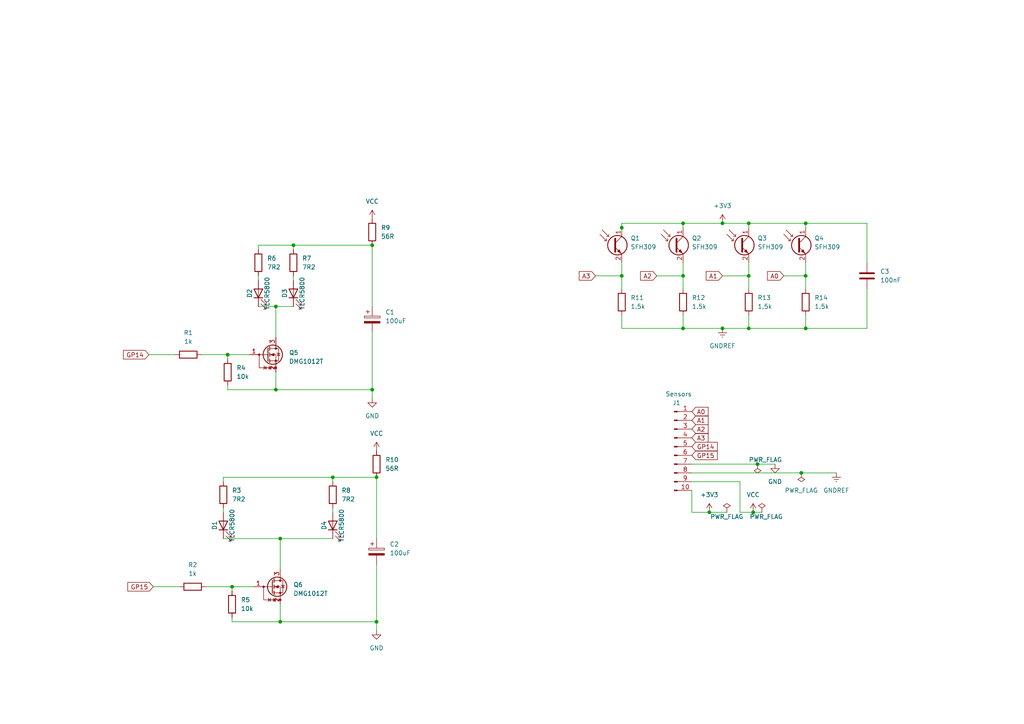
<source format=kicad_sch>
(kicad_sch (version 20211123) (generator eeschema)
  (paper "A4")
  (lib_symbols
    (symbol "Connector:Conn_01x10_Male" (pin_names (offset 1.016) hide)
      (property "Reference" "J" (at 0 12.7 0))
      (property "Value" "Conn_01x10_Male" (at 0 -15.24 0))
      (symbol "Conn_01x10_Male_1_1"
        (polyline (pts (xy 1.27 -12.7) (xy 0.8636 -12.7)) (stroke (width 0.1524)))
        (polyline (pts (xy 1.27 -10.16) (xy 0.8636 -10.16)) (stroke (width 0.1524)))
        (polyline (pts (xy 1.27 -7.62) (xy 0.8636 -7.62)) (stroke (width 0.1524)))
        (polyline (pts (xy 1.27 -5.08) (xy 0.8636 -5.08)) (stroke (width 0.1524)))
        (polyline (pts (xy 1.27 -2.54) (xy 0.8636 -2.54)) (stroke (width 0.1524)))
        (polyline (pts (xy 1.27 0) (xy 0.8636 0)) (stroke (width 0.1524)))
        (polyline (pts (xy 1.27 2.54) (xy 0.8636 2.54)) (stroke (width 0.1524)))
        (polyline (pts (xy 1.27 5.08) (xy 0.8636 5.08)) (stroke (width 0.1524)))
        (polyline (pts (xy 1.27 7.62) (xy 0.8636 7.62)) (stroke (width 0.1524)))
        (polyline (pts (xy 1.27 10.16) (xy 0.8636 10.16)) (stroke (width 0.1524)))
        (rectangle (start 0.8636 -12.573) (end 0 -12.827) (stroke (width 0.1524)) (fill (type outline)))
        (rectangle (start 0.8636 -10.033) (end 0 -10.287) (stroke (width 0.1524)) (fill (type outline)))
        (rectangle (start 0.8636 -7.493) (end 0 -7.747) (stroke (width 0.1524)) (fill (type outline)))
        (rectangle (start 0.8636 -4.953) (end 0 -5.207) (stroke (width 0.1524)) (fill (type outline)))
        (rectangle (start 0.8636 -2.413) (end 0 -2.667) (stroke (width 0.1524)) (fill (type outline)))
        (rectangle (start 0.8636 0.127) (end 0 -0.127) (stroke (width 0.1524)) (fill (type outline)))
        (rectangle (start 0.8636 2.667) (end 0 2.413) (stroke (width 0.1524)) (fill (type outline)))
        (rectangle (start 0.8636 5.207) (end 0 4.953) (stroke (width 0.1524)) (fill (type outline)))
        (rectangle (start 0.8636 7.747) (end 0 7.493) (stroke (width 0.1524)) (fill (type outline)))
        (rectangle (start 0.8636 10.287) (end 0 10.033) (stroke (width 0.1524)) (fill (type outline)))
        (pin passive line (at 5.08 10.16 180) (length 3.81) (name "Pin_1") (number "1"))
        (pin passive line (at 5.08 -12.7 180) (length 3.81) (name "Pin_10") (number "10"))
        (pin passive line (at 5.08 7.62 180) (length 3.81) (name "Pin_2") (number "2"))
        (pin passive line (at 5.08 5.08 180) (length 3.81) (name "Pin_3") (number "3"))
        (pin passive line (at 5.08 2.54 180) (length 3.81) (name "Pin_4") (number "4"))
        (pin passive line (at 5.08 0 180) (length 3.81) (name "Pin_5") (number "5"))
        (pin passive line (at 5.08 -2.54 180) (length 3.81) (name "Pin_6") (number "6"))
        (pin passive line (at 5.08 -5.08 180) (length 3.81) (name "Pin_7") (number "7"))
        (pin passive line (at 5.08 -7.62 180) (length 3.81) (name "Pin_8") (number "8"))
        (pin passive line (at 5.08 -10.16 180) (length 3.81) (name "Pin_9") (number "9"))
      )
    )
    (symbol "Device:C" (pin_numbers hide) (pin_names (offset 0.254))
      (property "Reference" "C" (at 0.635 2.54 0))
      (property "Value" "C" (at 0.635 -2.54 0))
      (symbol "C_0_1"
        (polyline (pts (xy -2.032 -0.762) (xy 2.032 -0.762)) (stroke (width 0.508)))
        (polyline (pts (xy -2.032 0.762) (xy 2.032 0.762)) (stroke (width 0.508)))
      )
      (symbol "C_1_1"
        (pin passive line (at 0 3.81 270) (length 2.794) (name "~") (number "1"))
        (pin passive line (at 0 -3.81 90) (length 2.794) (name "~") (number "2"))
      )
    )
    (symbol "Device:C_Polarized" (pin_numbers hide) (pin_names (offset 0.254))
      (property "Reference" "C" (at 0.635 2.54 0))
      (property "Value" "C_Polarized" (at 0.635 -2.54 0))
      (symbol "C_Polarized_0_1"
        (rectangle (start -2.286 0.508) (end 2.286 1.016))
        (polyline (pts (xy -1.778 2.286) (xy -0.762 2.286)))
        (polyline (pts (xy -1.27 2.794) (xy -1.27 1.778)))
        (rectangle (start 2.286 -0.508) (end -2.286 -1.016) (fill (type outline)))
      )
      (symbol "C_Polarized_1_1"
        (pin passive line (at 0 3.81 270) (length 2.794) (name "~") (number "1"))
        (pin passive line (at 0 -3.81 90) (length 2.794) (name "~") (number "2"))
      )
    )
    (symbol "Device:LED" (pin_numbers hide) (pin_names (offset 1.016) hide)
      (property "Reference" "D" (at 0 2.54 0))
      (property "Value" "LED" (at 0 -2.54 0))
      (symbol "LED_0_1"
        (polyline (pts (xy -1.27 -1.27) (xy -1.27 1.27)) (stroke (width 0.254)))
        (polyline (pts (xy -1.27 0) (xy 1.27 0)))
        (polyline (pts (xy 1.27 -1.27) (xy 1.27 1.27) (xy -1.27 0) (xy 1.27 -1.27)) (stroke (width 0.254)))
        (polyline (pts (xy -3.048 -0.762) (xy -4.572 -2.286) (xy -3.81 -2.286) (xy -4.572 -2.286) (xy -4.572 -1.524)))
        (polyline (pts (xy -1.778 -0.762) (xy -3.302 -2.286) (xy -2.54 -2.286) (xy -3.302 -2.286) (xy -3.302 -1.524)))
      )
      (symbol "LED_1_1"
        (pin passive line (at -3.81 0 0) (length 2.54) (name "K") (number "1"))
        (pin passive line (at 3.81 0 180) (length 2.54) (name "A") (number "2"))
      )
    )
    (symbol "Device:R" (pin_numbers hide) (pin_names (offset 0))
      (property "Reference" "R" (at 2.032 0 90))
      (property "Value" "R" (at 0 0 90))
      (symbol "R_0_1"
        (rectangle (start -1.016 -2.54) (end 1.016 2.54) (stroke (width 0.254)))
      )
      (symbol "R_1_1"
        (pin passive line (at 0 3.81 270) (length 1.27) (name "~") (number "1"))
        (pin passive line (at 0 -3.81 90) (length 1.27) (name "~") (number "2"))
      )
    )
    (symbol "Sensor_Optical:SFH309" (pin_names (offset 0) hide)
      (property "Reference" "Q" (at 5.08 1.27 0))
      (property "Value" "SFH309" (at 5.08 -1.27 0))
      (symbol "SFH309_0_1"
        (polyline (pts (xy -1.905 1.27) (xy -2.54 1.27)))
        (polyline (pts (xy -1.27 2.54) (xy -1.905 2.54)))
        (polyline (pts (xy 0.635 0.635) (xy 2.54 2.54)))
        (polyline (pts (xy -3.81 3.175) (xy -1.905 1.27) (xy -1.905 1.905)))
        (polyline (pts (xy -3.175 4.445) (xy -1.27 2.54) (xy -1.27 3.175)))
        (polyline (pts (xy 0.635 -0.635) (xy 2.54 -2.54) (xy 2.54 -2.54)))
        (polyline (pts (xy 0.635 1.905) (xy 0.635 -1.905) (xy 0.635 -1.905)) (stroke (width 0.508)))
        (polyline (pts (xy 1.27 -1.778) (xy 1.778 -1.27) (xy 2.286 -2.286) (xy 1.27 -1.778) (xy 1.27 -1.778)) (fill (type outline)))
        (circle (center 1.27 0) (radius 2.8194) (stroke (width 0.254)))
      )
      (symbol "SFH309_1_1"
        (pin passive line (at 2.54 5.08 270) (length 2.54) (name "C") (number "1"))
        (pin passive line (at 2.54 -5.08 90) (length 2.54) (name "E") (number "2"))
      )
    )
    (symbol "Transistor_FET:DMG1012T" (pin_names (offset 0) hide)
      (property "Reference" "Q" (at 5.08 1.905 0))
      (property "Value" "DMG1012T" (at 5.08 0 0))
      (symbol "DMG1012T_0_1"
        (polyline (pts (xy 2.54 -3.81) (xy -2.286 -3.81) (xy -2.286 0)))
      )
      (symbol "DMG1012T_1_1"
        (circle (center -2.286 0) (radius 0.254) (fill (type outline)))
        (polyline (pts (xy 0.254 0) (xy -2.54 0)))
        (polyline (pts (xy 0.254 1.905) (xy 0.254 -1.905)) (stroke (width 0.254)))
        (polyline (pts (xy 0.762 -1.27) (xy 0.762 -2.286)) (stroke (width 0.254)))
        (polyline (pts (xy 0.762 0.508) (xy 0.762 -0.508)) (stroke (width 0.254)))
        (polyline (pts (xy 0.762 2.286) (xy 0.762 1.27)) (stroke (width 0.254)))
        (polyline (pts (xy 2.54 2.54) (xy 2.54 1.778)))
        (polyline (pts (xy 2.54 -2.54) (xy 2.54 0) (xy 0.762 0)))
        (polyline (pts (xy -1.016 -4.318) (xy -0.889 -4.191) (xy -0.889 -3.429) (xy -0.762 -3.302)))
        (polyline (pts (xy -0.889 -3.81) (xy -0.254 -4.191) (xy -0.254 -3.429) (xy -0.889 -3.81)))
        (polyline (pts (xy 0.762 -1.778) (xy 3.302 -1.778) (xy 3.302 1.778) (xy 0.762 1.778)))
        (polyline (pts (xy 1.016 0) (xy 2.032 0.381) (xy 2.032 -0.381) (xy 1.016 0)) (fill (type outline)))
        (polyline (pts (xy 1.143 -3.81) (xy 0.508 -3.429) (xy 0.508 -4.191) (xy 1.143 -3.81)))
        (polyline (pts (xy 1.27 -3.302) (xy 1.143 -3.429) (xy 1.143 -4.191) (xy 1.016 -4.318)))
        (polyline (pts (xy 2.794 0.508) (xy 2.921 0.381) (xy 3.683 0.381) (xy 3.81 0.254)))
        (polyline (pts (xy 3.302 0.381) (xy 2.921 -0.254) (xy 3.683 -0.254) (xy 3.302 0.381)))
        (circle (center 1.651 0) (radius 2.794) (stroke (width 0.254)))
        (circle (center 2.54 -3.81) (radius 0.254) (fill (type outline)))
        (circle (center 2.54 -1.778) (radius 0.254) (fill (type outline)))
        (circle (center 2.54 1.778) (radius 0.254) (fill (type outline)))
        (pin input line (at -5.08 0 0) (length 2.54) (name "G") (number "1"))
        (pin passive line (at 2.54 -5.08 90) (length 2.54) (name "S") (number "2"))
        (pin passive line (at 2.54 5.08 270) (length 2.54) (name "D") (number "3"))
      )
    )
    (symbol "power:+3.3V" (power) (pin_names (offset 0))
      (property "Value" "+3.3V" (at 0 3.556 0))
      (symbol "+3.3V_0_1"
        (polyline (pts (xy -0.762 1.27) (xy 0 2.54)))
        (polyline (pts (xy 0 0) (xy 0 2.54)))
        (polyline (pts (xy 0 2.54) (xy 0.762 1.27)))
      )
      (symbol "+3.3V_1_1"
        (pin power_in line (at 0 0 90) (length 0) hide (name "+3V3") (number "1"))
      )
    )
    (symbol "power:GND" (power) (pin_names (offset 0))
      (property "Value" "GND" (at 0 -3.81 0))
      (symbol "GND_0_1"
        (polyline (pts (xy 0 0) (xy 0 -1.27) (xy 1.27 -1.27) (xy 0 -2.54) (xy -1.27 -1.27) (xy 0 -1.27)))
      )
      (symbol "GND_1_1"
        (pin power_in line (at 0 0 270) (length 0) hide (name "GND") (number "1"))
      )
    )
    (symbol "power:GNDREF" (power) (pin_names (offset 0))
      (property "Value" "GNDREF" (at 0 -3.81 0))
      (symbol "GNDREF_0_1"
        (polyline (pts (xy -0.635 -1.905) (xy 0.635 -1.905)))
        (polyline (pts (xy -0.127 -2.54) (xy 0.127 -2.54)))
        (polyline (pts (xy 0 -1.27) (xy 0 0)))
        (polyline (pts (xy 1.27 -1.27) (xy -1.27 -1.27)))
      )
      (symbol "GNDREF_1_1"
        (pin power_in line (at 0 0 270) (length 0) hide (name "GNDREF") (number "1"))
      )
    )
    (symbol "power:PWR_FLAG" (power) (pin_numbers hide) (pin_names (offset 0) hide)
      (property "Value" "PWR_FLAG" (at 0 3.81 0))
      (symbol "PWR_FLAG_0_0"
        (pin power_out line (at 0 0 90) (length 0) (name "pwr") (number "1"))
      )
      (symbol "PWR_FLAG_0_1"
        (polyline (pts (xy 0 0) (xy 0 1.27) (xy -1.016 1.905) (xy 0 2.54) (xy 1.016 1.905) (xy 0 1.27)))
      )
    )
    (symbol "power:VCC" (power) (pin_names (offset 0))
      (property "Value" "VCC" (at 0 3.81 0))
      (symbol "VCC_0_1"
        (polyline (pts (xy -0.762 1.27) (xy 0 2.54)))
        (polyline (pts (xy 0 0) (xy 0 2.54)))
        (polyline (pts (xy 0 2.54) (xy 0.762 1.27)))
      )
      (symbol "VCC_1_1"
        (pin power_in line (at 0 0 90) (length 0) hide (name "VCC") (number "1"))
      )
    )
  )
  (junction (at 217.17 64.77))
  (junction (at 107.95 113.03))
  (junction (at 81.28 180.34))
  (junction (at 209.55 64.77))
  (junction (at 109.22 180.34))
  (junction (at 205.74 148.59))
  (junction (at 209.55 95.25))
  (junction (at 218.44 148.59))
  (junction (at 85.09 71.12))
  (junction (at 66.04 102.87))
  (junction (at 198.12 95.25))
  (junction (at 180.34 66.04))
  (junction (at 67.31 170.18))
  (junction (at 217.17 80.01))
  (junction (at 233.68 64.77))
  (junction (at 80.01 88.9))
  (junction (at 233.68 95.25))
  (junction (at 219.71 134.62))
  (junction (at 233.68 80.01))
  (junction (at 96.52 138.43))
  (junction (at 217.17 95.25))
  (junction (at 80.01 113.03))
  (junction (at 198.12 64.77))
  (junction (at 232.41 137.16))
  (junction (at 109.22 138.43))
  (junction (at 107.95 71.12))
  (junction (at 198.12 80.01))
  (junction (at 81.28 156.21))
  (junction (at 180.34 80.01))
  (wire (pts (xy 198.12 83.82) (xy 198.12 80.01)))
  (wire (pts (xy 209.55 95.25) (xy 217.17 95.25)))
  (wire (pts (xy 107.95 71.12) (xy 107.95 88.9)))
  (wire (pts (xy 67.31 171.45) (xy 67.31 170.18)))
  (wire (pts (xy 217.17 64.77) (xy 217.17 66.04)))
  (wire (pts (xy 80.01 88.9) (xy 85.09 88.9)))
  (wire (pts (xy 217.17 95.25) (xy 233.68 95.25)))
  (wire (pts (xy 67.31 170.18) (xy 73.66 170.18)))
  (wire (pts (xy 96.52 139.7) (xy 96.52 138.43)))
  (wire (pts (xy 85.09 80.01) (xy 85.09 81.28)))
  (wire (pts (xy 200.66 134.62) (xy 219.71 134.62)))
  (wire (pts (xy 172.72 80.01) (xy 180.34 80.01)))
  (wire (pts (xy 198.12 76.2) (xy 198.12 80.01)))
  (wire (pts (xy 74.93 72.39) (xy 74.93 71.12)))
  (wire (pts (xy 233.68 76.2) (xy 233.68 80.01)))
  (wire (pts (xy 59.69 170.18) (xy 67.31 170.18)))
  (wire (pts (xy 67.31 180.34) (xy 81.28 180.34)))
  (wire (pts (xy 44.45 170.18) (xy 52.07 170.18)))
  (wire (pts (xy 242.57 137.16) (xy 232.41 137.16)))
  (wire (pts (xy 251.46 64.77) (xy 233.68 64.77)))
  (wire (pts (xy 81.28 156.21) (xy 81.28 165.1)))
  (wire (pts (xy 214.63 148.59) (xy 218.44 148.59)))
  (wire (pts (xy 180.34 83.82) (xy 180.34 80.01)))
  (wire (pts (xy 233.68 83.82) (xy 233.68 80.01)))
  (wire (pts (xy 109.22 180.34) (xy 109.22 182.88)))
  (wire (pts (xy 251.46 83.82) (xy 251.46 95.25)))
  (wire (pts (xy 80.01 88.9) (xy 80.01 97.79)))
  (wire (pts (xy 205.74 148.59) (xy 210.82 148.59)))
  (wire (pts (xy 66.04 104.14) (xy 66.04 102.87)))
  (wire (pts (xy 214.63 139.7) (xy 214.63 148.59)))
  (wire (pts (xy 200.66 137.16) (xy 232.41 137.16)))
  (wire (pts (xy 58.42 102.87) (xy 66.04 102.87)))
  (wire (pts (xy 180.34 64.77) (xy 198.12 64.77)))
  (wire (pts (xy 80.01 113.03) (xy 107.95 113.03)))
  (wire (pts (xy 107.95 113.03) (xy 107.95 115.57)))
  (wire (pts (xy 180.34 95.25) (xy 198.12 95.25)))
  (wire (pts (xy 180.34 91.44) (xy 180.34 95.25)))
  (wire (pts (xy 109.22 138.43) (xy 109.22 156.21)))
  (wire (pts (xy 217.17 91.44) (xy 217.17 95.25)))
  (wire (pts (xy 233.68 91.44) (xy 233.68 95.25)))
  (wire (pts (xy 198.12 64.77) (xy 198.12 66.04)))
  (wire (pts (xy 96.52 147.32) (xy 96.52 148.59)))
  (wire (pts (xy 180.34 76.2) (xy 180.34 80.01)))
  (wire (pts (xy 64.77 138.43) (xy 96.52 138.43)))
  (wire (pts (xy 64.77 138.43) (xy 64.77 139.7)))
  (wire (pts (xy 85.09 71.12) (xy 107.95 71.12)))
  (wire (pts (xy 66.04 111.76) (xy 66.04 113.03)))
  (wire (pts (xy 217.17 83.82) (xy 217.17 80.01)))
  (wire (pts (xy 66.04 113.03) (xy 80.01 113.03)))
  (wire (pts (xy 224.79 134.62) (xy 219.71 134.62)))
  (wire (pts (xy 217.17 76.2) (xy 217.17 80.01)))
  (wire (pts (xy 217.17 64.77) (xy 233.68 64.77)))
  (wire (pts (xy 109.22 180.34) (xy 109.22 163.83)))
  (wire (pts (xy 180.34 66.04) (xy 180.34 67.31)))
  (wire (pts (xy 43.18 102.87) (xy 50.8 102.87)))
  (wire (pts (xy 218.44 148.59) (xy 220.98 148.59)))
  (wire (pts (xy 96.52 138.43) (xy 109.22 138.43)))
  (wire (pts (xy 209.55 80.01) (xy 217.17 80.01)))
  (wire (pts (xy 190.5 80.01) (xy 198.12 80.01)))
  (wire (pts (xy 198.12 64.77) (xy 209.55 64.77)))
  (wire (pts (xy 74.93 71.12) (xy 85.09 71.12)))
  (wire (pts (xy 80.01 107.95) (xy 80.01 113.03)))
  (wire (pts (xy 81.28 175.26) (xy 81.28 180.34)))
  (wire (pts (xy 81.28 156.21) (xy 96.52 156.21)))
  (wire (pts (xy 64.77 156.21) (xy 81.28 156.21)))
  (wire (pts (xy 180.34 64.77) (xy 180.34 66.04)))
  (wire (pts (xy 107.95 113.03) (xy 107.95 96.52)))
  (wire (pts (xy 85.09 72.39) (xy 85.09 71.12)))
  (wire (pts (xy 200.66 148.59) (xy 205.74 148.59)))
  (wire (pts (xy 81.28 180.34) (xy 109.22 180.34)))
  (wire (pts (xy 67.31 179.07) (xy 67.31 180.34)))
  (wire (pts (xy 74.93 88.9) (xy 80.01 88.9)))
  (wire (pts (xy 64.77 147.32) (xy 64.77 148.59)))
  (wire (pts (xy 200.66 142.24) (xy 200.66 148.59)))
  (wire (pts (xy 251.46 76.2) (xy 251.46 64.77)))
  (wire (pts (xy 227.33 80.01) (xy 233.68 80.01)))
  (wire (pts (xy 198.12 91.44) (xy 198.12 95.25)))
  (wire (pts (xy 198.12 95.25) (xy 209.55 95.25)))
  (wire (pts (xy 233.68 64.77) (xy 233.68 66.04)))
  (wire (pts (xy 66.04 102.87) (xy 72.39 102.87)))
  (wire (pts (xy 209.55 64.77) (xy 217.17 64.77)))
  (wire (pts (xy 251.46 95.25) (xy 233.68 95.25)))
  (wire (pts (xy 74.93 80.01) (xy 74.93 81.28)))
  (wire (pts (xy 200.66 139.7) (xy 214.63 139.7)))
  (global_label "A1" (shape input) (at 209.55 80.01 180) (property "Intersheet References" "${INTERSHEET_REFS}" (effects hide)))
  (global_label "GP15" (shape input) (at 200.66 132.08 0) (property "Intersheet References" "${INTERSHEET_REFS}" (effects hide)))
  (global_label "A1" (shape input) (at 200.66 121.92 0) (property "Intersheet References" "${INTERSHEET_REFS}" (effects hide)))
  (global_label "GP14" (shape input) (at 43.18 102.87 180) (property "Intersheet References" "${INTERSHEET_REFS}" (effects hide)))
  (global_label "A3" (shape input) (at 172.72 80.01 180) (property "Intersheet References" "${INTERSHEET_REFS}" (effects hide)))
  (global_label "A0" (shape input) (at 227.33 80.01 180) (property "Intersheet References" "${INTERSHEET_REFS}" (effects hide)))
  (global_label "A2" (shape input) (at 200.66 124.46 0) (property "Intersheet References" "${INTERSHEET_REFS}" (effects hide)))
  (global_label "GP14" (shape input) (at 200.66 129.54 0) (property "Intersheet References" "${INTERSHEET_REFS}" (effects hide)))
  (global_label "A3" (shape input) (at 200.66 127 0) (property "Intersheet References" "${INTERSHEET_REFS}" (effects hide)))
  (global_label "A2" (shape input) (at 190.5 80.01 180) (property "Intersheet References" "${INTERSHEET_REFS}" (effects hide)))
  (global_label "A0" (shape input) (at 200.66 119.38 0) (property "Intersheet References" "${INTERSHEET_REFS}" (effects hide)))
  (global_label "GP15" (shape input) (at 44.45 170.18 180) (property "Intersheet References" "${INTERSHEET_REFS}" (effects hide)))
  (symbol (lib_id "Device:R") (at 55.88 170.18 90) (unit 1)
    (property "Reference" "R2" (at 55.88 163.83 90))
    (property "Value" "1k" (at 55.88 166.37 90))
    (property "Footprint" "Resistor_SMD:R_0805_2012Metric_Pad1.20x1.40mm_HandSolder" (effects hide))
  )
  (symbol (lib_id "Transistor_FET:DMG1012T") (at 78.74 170.18 0) (unit 1)
    (property "Reference" "Q6" (at 85.09 169.6084 0) (effects (justify left)))
    (property "Value" "DMG1012T" (at 85.09 172.1484 0) (effects (justify left)))
    (property "Footprint" "Package_TO_SOT_SMD:SOT-323_SC-70_Handsoldering" (effects hide))
    (property "Datasheet" "https://www.diodes.com/assets/Datasheets/ds31783.pdf" (effects hide))
  )
  (symbol (lib_id "power:GNDREF") (at 242.57 137.16 0) (unit 1)
    (property "Reference" "#PWR010" (effects hide))
    (property "Value" "GNDREF" (at 242.57 142.24 0))
  )
  (symbol (lib_id "Connector:Conn_01x10_Male") (at 195.58 129.54 0) (unit 1)
    (property "Reference" "J1" (at 196.215 116.84 0))
    (property "Value" "Sensors" (at 196.85 114.3 0))
    (property "Footprint" "Connector_PinHeader_1.27mm:PinHeader_1x10_P1.27mm_Vertical" (effects hide))
  )
  (symbol (lib_id "Sensor_Optical:SFH309") (at 177.8 71.12 0) (unit 1)
    (property "Reference" "Q1" (at 182.88 69.1006 0) (effects (justify left)))
    (property "Value" "SFH309" (at 182.88 71.6406 0) (effects (justify left)))
    (property "Footprint" "LED_THT:LED_D3.0mm_Horizontal_O1.27mm_Z2.0mm" (effects hide))
    (property "Datasheet" "http://www.osram-os.com/Graphics/XPic2/00101811_0.pdf/SFH%20309,%20SFH%20309%20FA,%20Lead%20(Pb)%20Free%20Product%20-%20RoHS%20Compliant.pdf" (effects hide))
  )
  (symbol (lib_id "Device:LED") (at 64.77 152.4 90) (unit 1)
    (property "Reference" "D1" (at 62.23 152.4 0))
    (property "Value" "TLCR5800" (at 67.31 152.4 0))
    (property "Footprint" "LED_THT:LED_D5.0mm_Horizontal_O1.27mm_Z3.0mm" (effects hide))
  )
  (symbol (lib_id "power:GND") (at 107.95 115.57 0) (unit 1)
    (property "Reference" "#PWR02" (effects hide))
    (property "Value" "GND" (at 107.95 120.65 0))
  )
  (symbol (lib_id "Device:C_Polarized") (at 107.95 92.71 0) (unit 1)
    (property "Reference" "C1" (at 111.76 90.5509 0) (effects (justify left)))
    (property "Value" "100uF" (at 111.76 93.0909 0) (effects (justify left)))
    (property "Footprint" "Capacitor_SMD:CP_Elec_6.3x5.9" (effects hide))
  )
  (symbol (lib_id "Sensor_Optical:SFH309") (at 195.58 71.12 0) (unit 1)
    (property "Reference" "Q2" (at 200.66 69.1006 0) (effects (justify left)))
    (property "Value" "SFH309" (at 200.66 71.6406 0) (effects (justify left)))
    (property "Footprint" "LED_THT:LED_D3.0mm_Horizontal_O1.27mm_Z2.0mm" (effects hide))
    (property "Datasheet" "http://www.osram-os.com/Graphics/XPic2/00101811_0.pdf/SFH%20309,%20SFH%20309%20FA,%20Lead%20(Pb)%20Free%20Product%20-%20RoHS%20Compliant.pdf" (effects hide))
  )
  (symbol (lib_id "Device:R") (at 180.34 87.63 180) (unit 1)
    (property "Reference" "R11" (at 182.88 86.3599 0) (effects (justify right)))
    (property "Value" "1.5k" (at 182.88 88.8999 0) (effects (justify right)))
    (property "Footprint" "Resistor_SMD:R_0805_2012Metric_Pad1.20x1.40mm_HandSolder" (effects hide))
  )
  (symbol (lib_id "Device:R") (at 64.77 143.51 0) (unit 1)
    (property "Reference" "R3" (at 67.31 142.2399 0) (effects (justify left)))
    (property "Value" "7R2" (at 67.31 144.7799 0) (effects (justify left)))
    (property "Footprint" "Resistor_SMD:R_0805_2012Metric_Pad1.20x1.40mm_HandSolder" (effects hide))
  )
  (symbol (lib_id "Sensor_Optical:SFH309") (at 214.63 71.12 0) (unit 1)
    (property "Reference" "Q3" (at 219.71 69.1006 0) (effects (justify left)))
    (property "Value" "SFH309" (at 219.71 71.6406 0) (effects (justify left)))
    (property "Footprint" "LED_THT:LED_D3.0mm_Horizontal_O1.27mm_Z2.0mm" (effects hide))
    (property "Datasheet" "http://www.osram-os.com/Graphics/XPic2/00101811_0.pdf/SFH%20309,%20SFH%20309%20FA,%20Lead%20(Pb)%20Free%20Product%20-%20RoHS%20Compliant.pdf" (effects hide))
  )
  (symbol (lib_id "Device:LED") (at 74.93 85.09 90) (unit 1)
    (property "Reference" "D2" (at 72.39 85.09 0))
    (property "Value" "TLCR5800" (at 77.47 85.09 0))
    (property "Footprint" "LED_THT:LED_D5.0mm_Horizontal_O1.27mm_Z3.0mm" (effects hide))
  )
  (symbol (lib_id "Device:R") (at 54.61 102.87 90) (unit 1)
    (property "Reference" "R1" (at 54.61 96.52 90))
    (property "Value" "1k" (at 54.61 99.06 90))
    (property "Footprint" "Resistor_SMD:R_0805_2012Metric_Pad1.20x1.40mm_HandSolder" (effects hide))
  )
  (symbol (lib_id "Device:C") (at 251.46 80.01 0) (unit 1)
    (property "Reference" "C3" (at 255.27 78.7399 0) (effects (justify left)))
    (property "Value" "100nF" (at 255.27 81.2799 0) (effects (justify left)))
    (property "Footprint" "Capacitor_SMD:C_0805_2012Metric_Pad1.18x1.45mm_HandSolder" (effects hide))
  )
  (symbol (lib_id "power:GND") (at 224.79 134.62 0) (unit 1)
    (property "Reference" "#PWR09" (effects hide))
    (property "Value" "GND" (at 224.79 139.7 0))
  )
  (symbol (lib_id "power:GND") (at 109.22 182.88 0) (unit 1)
    (property "Reference" "#PWR04" (effects hide))
    (property "Value" "GND" (at 109.22 187.96 0))
  )
  (symbol (lib_id "power:PWR_FLAG") (at 232.41 137.16 180) (unit 1)
    (property "Reference" "#FLG04" (effects hide))
    (property "Value" "PWR_FLAG" (at 232.41 142.24 0))
  )
  (symbol (lib_id "Device:C_Polarized") (at 109.22 160.02 0) (unit 1)
    (property "Reference" "C2" (at 113.03 157.8609 0) (effects (justify left)))
    (property "Value" "100uF" (at 113.03 160.4009 0) (effects (justify left)))
    (property "Footprint" "Capacitor_SMD:CP_Elec_6.3x5.9" (effects hide))
  )
  (symbol (lib_id "power:GNDREF") (at 209.55 95.25 0) (unit 1)
    (property "Reference" "#PWR07" (effects hide))
    (property "Value" "GNDREF" (at 209.55 100.33 0))
  )
  (symbol (lib_id "Device:R") (at 198.12 87.63 180) (unit 1)
    (property "Reference" "R12" (at 200.66 86.3599 0) (effects (justify right)))
    (property "Value" "1.5k" (at 200.66 88.8999 0) (effects (justify right)))
    (property "Footprint" "Resistor_SMD:R_0805_2012Metric_Pad1.20x1.40mm_HandSolder" (effects hide))
  )
  (symbol (lib_id "Transistor_FET:DMG1012T") (at 77.47 102.87 0) (unit 1)
    (property "Reference" "Q5" (at 83.82 102.2984 0) (effects (justify left)))
    (property "Value" "DMG1012T" (at 83.82 104.8384 0) (effects (justify left)))
    (property "Footprint" "Package_TO_SOT_SMD:SOT-323_SC-70_Handsoldering" (effects hide))
    (property "Datasheet" "https://www.diodes.com/assets/Datasheets/ds31783.pdf" (effects hide))
  )
  (symbol (lib_id "power:PWR_FLAG") (at 219.71 134.62 180) (unit 1)
    (property "Reference" "#FLG02" (effects hide))
    (property "Value" "PWR_FLAG" (at 217.17 133.35 0) (effects (justify right)))
  )
  (symbol (lib_id "Sensor_Optical:SFH309") (at 231.14 71.12 0) (unit 1)
    (property "Reference" "Q4" (at 236.22 69.1006 0) (effects (justify left)))
    (property "Value" "SFH309" (at 236.22 71.6406 0) (effects (justify left)))
    (property "Footprint" "LED_THT:LED_D3.0mm_Horizontal_O1.27mm_Z2.0mm" (effects hide))
    (property "Datasheet" "http://www.osram-os.com/Graphics/XPic2/00101811_0.pdf/SFH%20309,%20SFH%20309%20FA,%20Lead%20(Pb)%20Free%20Product%20-%20RoHS%20Compliant.pdf" (effects hide))
  )
  (symbol (lib_id "power:PWR_FLAG") (at 220.98 148.59 0) (unit 1)
    (property "Reference" "#FLG03" (effects hide))
    (property "Value" "PWR_FLAG" (at 222.25 149.86 0))
  )
  (symbol (lib_id "power:PWR_FLAG") (at 210.82 148.59 0) (unit 1)
    (property "Reference" "#FLG01" (effects hide))
    (property "Value" "PWR_FLAG" (at 210.82 149.86 0))
  )
  (symbol (lib_id "power:VCC") (at 218.44 148.59 0) (unit 1)
    (property "Reference" "#PWR08" (effects hide))
    (property "Value" "VCC" (at 218.44 143.51 0))
  )
  (symbol (lib_id "Device:R") (at 85.09 76.2 0) (unit 1)
    (property "Reference" "R7" (at 87.63 74.9299 0) (effects (justify left)))
    (property "Value" "7R2" (at 87.63 77.4699 0) (effects (justify left)))
    (property "Footprint" "Resistor_SMD:R_0805_2012Metric_Pad1.20x1.40mm_HandSolder" (effects hide))
  )
  (symbol (lib_id "Device:LED") (at 96.52 152.4 90) (unit 1)
    (property "Reference" "D4" (at 93.98 152.4 0))
    (property "Value" "TLCR5800" (at 99.06 152.4 0))
    (property "Footprint" "LED_THT:LED_D5.0mm_Horizontal_O1.27mm_Z3.0mm" (effects hide))
  )
  (symbol (lib_id "power:+3.3V") (at 205.74 148.59 0) (unit 1)
    (property "Reference" "#PWR05" (effects hide))
    (property "Value" "+3.3V" (at 205.74 143.51 0))
  )
  (symbol (lib_id "power:+3.3V") (at 209.55 64.77 0) (unit 1)
    (property "Reference" "#PWR06" (effects hide))
    (property "Value" "+3.3V" (at 209.55 59.69 0))
  )
  (symbol (lib_id "Device:R") (at 96.52 143.51 0) (unit 1)
    (property "Reference" "R8" (at 99.06 142.2399 0) (effects (justify left)))
    (property "Value" "7R2" (at 99.06 144.7799 0) (effects (justify left)))
    (property "Footprint" "Resistor_SMD:R_0805_2012Metric_Pad1.20x1.40mm_HandSolder" (effects hide))
  )
  (symbol (lib_id "Device:R") (at 74.93 76.2 0) (unit 1)
    (property "Reference" "R6" (at 77.47 74.9299 0) (effects (justify left)))
    (property "Value" "7R2" (at 77.47 77.4699 0) (effects (justify left)))
    (property "Footprint" "Resistor_SMD:R_0805_2012Metric_Pad1.20x1.40mm_HandSolder" (effects hide))
  )
  (symbol (lib_id "power:VCC") (at 107.95 63.5 0) (unit 1)
    (property "Reference" "#PWR01" (effects hide))
    (property "Value" "VCC" (at 107.95 58.42 0))
  )
  (symbol (lib_id "Device:R") (at 66.04 107.95 0) (unit 1)
    (property "Reference" "R4" (at 68.58 106.6799 0) (effects (justify left)))
    (property "Value" "10k" (at 68.58 109.2199 0) (effects (justify left)))
    (property "Footprint" "Resistor_SMD:R_0805_2012Metric_Pad1.20x1.40mm_HandSolder" (effects hide))
  )
  (symbol (lib_id "Device:R") (at 217.17 87.63 180) (unit 1)
    (property "Reference" "R13" (at 219.71 86.3599 0) (effects (justify right)))
    (property "Value" "1.5k" (at 219.71 88.8999 0) (effects (justify right)))
    (property "Footprint" "Resistor_SMD:R_0805_2012Metric_Pad1.20x1.40mm_HandSolder" (effects hide))
  )
  (symbol (lib_id "Device:R") (at 67.31 175.26 0) (unit 1)
    (property "Reference" "R5" (at 69.85 173.9899 0) (effects (justify left)))
    (property "Value" "10k" (at 69.85 176.5299 0) (effects (justify left)))
    (property "Footprint" "Resistor_SMD:R_0805_2012Metric_Pad1.20x1.40mm_HandSolder" (effects hide))
  )
  (symbol (lib_id "Device:LED") (at 85.09 85.09 90) (unit 1)
    (property "Reference" "D3" (at 82.55 85.09 0))
    (property "Value" "TLCR5800" (at 87.63 85.09 0))
    (property "Footprint" "LED_THT:LED_D5.0mm_Horizontal_O1.27mm_Z3.0mm" (effects hide))
  )
  (symbol (lib_id "Device:R") (at 233.68 87.63 180) (unit 1)
    (property "Reference" "R14" (at 236.22 86.3599 0) (effects (justify right)))
    (property "Value" "1.5k" (at 236.22 88.8999 0) (effects (justify right)))
    (property "Footprint" "Resistor_SMD:R_0805_2012Metric_Pad1.20x1.40mm_HandSolder" (effects hide))
  )
  (symbol (lib_id "Device:R") (at 109.22 134.62 0) (unit 1)
    (property "Reference" "R10" (at 111.76 133.3499 0) (effects (justify left)))
    (property "Value" "56R" (at 111.76 135.8899 0) (effects (justify left)))
    (property "Footprint" "Resistor_SMD:R_0805_2012Metric_Pad1.20x1.40mm_HandSolder" (effects hide))
  )
  (symbol (lib_id "Device:R") (at 107.95 67.31 0) (unit 1)
    (property "Reference" "R9" (at 110.49 66.0399 0) (effects (justify left)))
    (property "Value" "56R" (at 110.49 68.5799 0) (effects (justify left)))
    (property "Footprint" "Resistor_SMD:R_0805_2012Metric_Pad1.20x1.40mm_HandSolder" (effects hide))
  )
  (symbol (lib_id "power:VCC") (at 109.22 130.81 0) (unit 1)
    (property "Reference" "#PWR03" (effects hide))
    (property "Value" "VCC" (at 109.22 125.73 0))
  )
)
</source>
